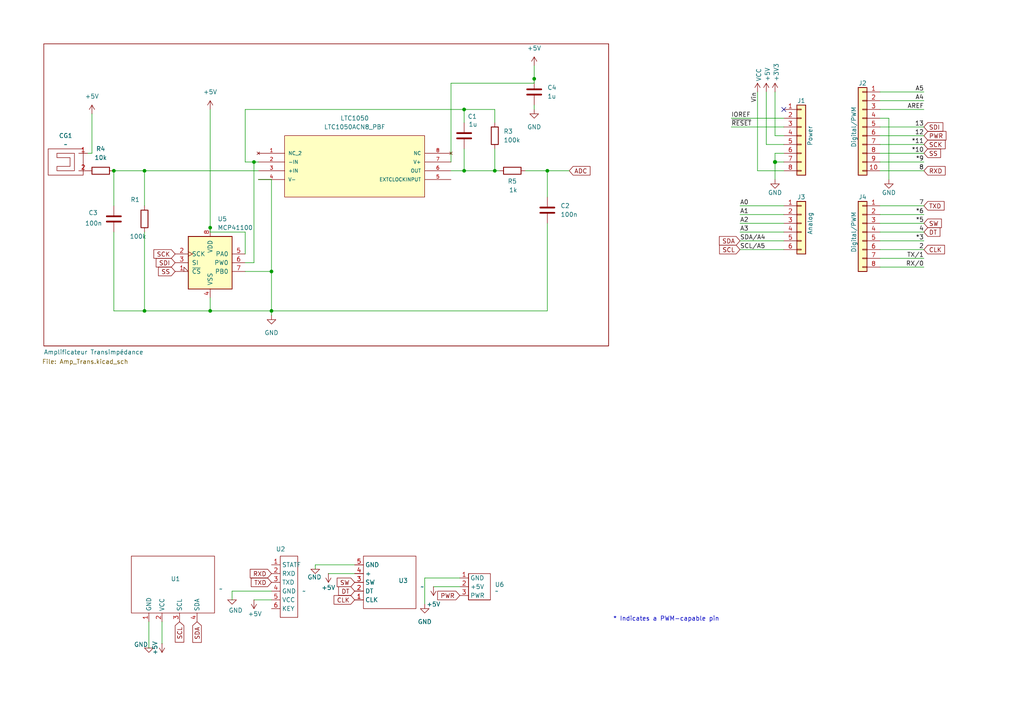
<source format=kicad_sch>
(kicad_sch (version 20250114) (generator "eeschema") (generator_version "9.0")
  (paper "A4")
  (title_block (date "mar. 31 mars 2015"))
  (lib_symbols
    (symbol "+5V_1" (power) (pin_numbers (hide yes)) (pin_names (offset 0) (hide yes))
      (property "Value" "+5V" (at 0 3.556 0))
      (symbol "+5V_1_0_1"
        (polyline (pts (xy -0.762 1.27) (xy 0 2.54)))
        (polyline (pts (xy 0 2.54) (xy 0.762 1.27)))
        (polyline (pts (xy 0 0) (xy 0 2.54)))
      )
      (symbol "+5V_1_1_1"
        (pin power_in line (at 0 0 90) (length 0) (name "~") (number "1"))
      )
    )
    (symbol "+5V_2" (power) (pin_numbers (hide yes)) (pin_names (offset 0) (hide yes))
      (property "Value" "+5V" (at 0 3.556 0))
      (symbol "+5V_2_0_1"
        (polyline (pts (xy -0.762 1.27) (xy 0 2.54)))
        (polyline (pts (xy 0 2.54) (xy 0.762 1.27)))
        (polyline (pts (xy 0 0) (xy 0 2.54)))
      )
      (symbol "+5V_2_1_1"
        (pin power_in line (at 0 0 90) (length 0) (name "~") (number "1"))
      )
    )
    (symbol "Connector_Generic:Conn_01x06" (pin_names (offset 1.016) (hide yes))
      (property "Reference" "J" (at 0 7.62 0))
      (property "Value" "Conn_01x06" (at 0 -10.16 0))
      (symbol "Conn_01x06_1_1"
        (rectangle (start -1.27 6.35) (end 1.27 -8.89) (stroke (width 0.254)) (fill (type background)))
        (rectangle (start -1.27 5.207) (end 0 4.953) (stroke (width 0.1524)))
        (rectangle (start -1.27 2.667) (end 0 2.413) (stroke (width 0.1524)))
        (rectangle (start -1.27 0.127) (end 0 -0.127) (stroke (width 0.1524)))
        (rectangle (start -1.27 -2.413) (end 0 -2.667) (stroke (width 0.1524)))
        (rectangle (start -1.27 -4.953) (end 0 -5.207) (stroke (width 0.1524)))
        (rectangle (start -1.27 -7.493) (end 0 -7.747) (stroke (width 0.1524)))
        (pin passive line (at -5.08 5.08 0) (length 3.81) (name "Pin_1") (number "1"))
        (pin passive line (at -5.08 2.54 0) (length 3.81) (name "Pin_2") (number "2"))
        (pin passive line (at -5.08 0 0) (length 3.81) (name "Pin_3") (number "3"))
        (pin passive line (at -5.08 -2.54 0) (length 3.81) (name "Pin_4") (number "4"))
        (pin passive line (at -5.08 -5.08 0) (length 3.81) (name "Pin_5") (number "5"))
        (pin passive line (at -5.08 -7.62 0) (length 3.81) (name "Pin_6") (number "6"))
      )
    )
    (symbol "Connector_Generic:Conn_01x08" (pin_names (offset 1.016) (hide yes))
      (property "Reference" "J" (at 0 10.16 0))
      (property "Value" "Conn_01x08" (at 0 -12.7 0))
      (symbol "Conn_01x08_1_1"
        (rectangle (start -1.27 8.89) (end 1.27 -11.43) (stroke (width 0.254)) (fill (type background)))
        (rectangle (start -1.27 7.747) (end 0 7.493) (stroke (width 0.1524)))
        (rectangle (start -1.27 5.207) (end 0 4.953) (stroke (width 0.1524)))
        (rectangle (start -1.27 2.667) (end 0 2.413) (stroke (width 0.1524)))
        (rectangle (start -1.27 0.127) (end 0 -0.127) (stroke (width 0.1524)))
        (rectangle (start -1.27 -2.413) (end 0 -2.667) (stroke (width 0.1524)))
        (rectangle (start -1.27 -4.953) (end 0 -5.207) (stroke (width 0.1524)))
        (rectangle (start -1.27 -7.493) (end 0 -7.747) (stroke (width 0.1524)))
        (rectangle (start -1.27 -10.033) (end 0 -10.287) (stroke (width 0.1524)))
        (pin passive line (at -5.08 7.62 0) (length 3.81) (name "Pin_1") (number "1"))
        (pin passive line (at -5.08 5.08 0) (length 3.81) (name "Pin_2") (number "2"))
        (pin passive line (at -5.08 2.54 0) (length 3.81) (name "Pin_3") (number "3"))
        (pin passive line (at -5.08 0 0) (length 3.81) (name "Pin_4") (number "4"))
        (pin passive line (at -5.08 -2.54 0) (length 3.81) (name "Pin_5") (number "5"))
        (pin passive line (at -5.08 -5.08 0) (length 3.81) (name "Pin_6") (number "6"))
        (pin passive line (at -5.08 -7.62 0) (length 3.81) (name "Pin_7") (number "7"))
        (pin passive line (at -5.08 -10.16 0) (length 3.81) (name "Pin_8") (number "8"))
      )
    )
    (symbol "Connector_Generic:Conn_01x10" (pin_names (offset 1.016) (hide yes))
      (property "Reference" "J" (at 0 12.7 0))
      (property "Value" "Conn_01x10" (at 0 -15.24 0))
      (symbol "Conn_01x10_1_1"
        (rectangle (start -1.27 11.43) (end 1.27 -13.97) (stroke (width 0.254)) (fill (type background)))
        (rectangle (start -1.27 10.287) (end 0 10.033) (stroke (width 0.1524)))
        (rectangle (start -1.27 7.747) (end 0 7.493) (stroke (width 0.1524)))
        (rectangle (start -1.27 5.207) (end 0 4.953) (stroke (width 0.1524)))
        (rectangle (start -1.27 2.667) (end 0 2.413) (stroke (width 0.1524)))
        (rectangle (start -1.27 0.127) (end 0 -0.127) (stroke (width 0.1524)))
        (rectangle (start -1.27 -2.413) (end 0 -2.667) (stroke (width 0.1524)))
        (rectangle (start -1.27 -4.953) (end 0 -5.207) (stroke (width 0.1524)))
        (rectangle (start -1.27 -7.493) (end 0 -7.747) (stroke (width 0.1524)))
        (rectangle (start -1.27 -10.033) (end 0 -10.287) (stroke (width 0.1524)))
        (rectangle (start -1.27 -12.573) (end 0 -12.827) (stroke (width 0.1524)))
        (pin passive line (at -5.08 10.16 0) (length 3.81) (name "Pin_1") (number "1"))
        (pin passive line (at -5.08 7.62 0) (length 3.81) (name "Pin_2") (number "2"))
        (pin passive line (at -5.08 5.08 0) (length 3.81) (name "Pin_3") (number "3"))
        (pin passive line (at -5.08 2.54 0) (length 3.81) (name "Pin_4") (number "4"))
        (pin passive line (at -5.08 0 0) (length 3.81) (name "Pin_5") (number "5"))
        (pin passive line (at -5.08 -2.54 0) (length 3.81) (name "Pin_6") (number "6"))
        (pin passive line (at -5.08 -5.08 0) (length 3.81) (name "Pin_7") (number "7"))
        (pin passive line (at -5.08 -7.62 0) (length 3.81) (name "Pin_8") (number "8"))
        (pin passive line (at -5.08 -10.16 0) (length 3.81) (name "Pin_9") (number "9"))
        (pin passive line (at -5.08 -12.7 0) (length 3.81) (name "Pin_10") (number "10"))
      )
    )
    (symbol "Device:C" (pin_numbers (hide yes)) (pin_names (offset 0.254))
      (property "Reference" "C" (at 0.635 2.54 0))
      (property "Value" "C" (at 0.635 -2.54 0))
      (symbol "C_0_1"
        (polyline (pts (xy -2.032 0.762) (xy 2.032 0.762)) (stroke (width 0.508)))
        (polyline (pts (xy -2.032 -0.762) (xy 2.032 -0.762)) (stroke (width 0.508)))
      )
      (symbol "C_1_1"
        (pin passive line (at 0 3.81 270) (length 2.794) (name "~") (number "1"))
        (pin passive line (at 0 -3.81 90) (length 2.794) (name "~") (number "2"))
      )
    )
    (symbol "Device:R" (pin_numbers (hide yes)) (pin_names (offset 0))
      (property "Reference" "R" (at 2.032 0 90))
      (property "Value" "R" (at 0 0 90))
      (symbol "R_0_1"
        (rectangle (start -1.016 -2.54) (end 1.016 2.54) (stroke (width 0.254)))
      )
      (symbol "R_1_1"
        (pin passive line (at 0 3.81 270) (length 1.27) (name "~") (number "1"))
        (pin passive line (at 0 -3.81 90) (length 1.27) (name "~") (number "2"))
      )
    )
    (symbol "GND_1" (power) (pin_numbers (hide yes)) (pin_names (offset 0) (hide yes))
      (property "Value" "GND" (at 0 -3.81 0))
      (symbol "GND_1_0_1"
        (polyline (pts (xy 0 0) (xy 0 -1.27) (xy 1.27 -1.27) (xy 0 -2.54) (xy -1.27 -1.27) (xy 0 -1.27)))
      )
      (symbol "GND_1_1_1"
        (pin power_in line (at 0 0 270) (length 0) (name "~") (number "1"))
      )
    )
    (symbol "LTC1050ACN8_PBF:LTC1050ACN8_PBF" (pin_names (offset 1.016))
      (property "Reference" "U" (at 23.2285 9.1237 0))
      (property "Value" "LTC1050ACN8_PBF" (at 22.6204 6.5902 0))
      (symbol "LTC1050ACN8_PBF_0_0"
        (rectangle (start 7.62 -12.7) (end 48.26 5.08) (stroke (width 0.1524)) (fill (type background)))
        (pin no_connect line (at 0 0 0) (length 7.62) (name "NC_2") (number "1"))
        (pin input line (at 0 -2.54 0) (length 7.62) (name "-IN") (number "2"))
        (pin input line (at 0 -5.08 0) (length 7.62) (name "+IN") (number "3"))
        (pin power_in line (at 0 -7.62 0) (length 7.62) (name "V-") (number "4"))
        (pin no_connect line (at 55.88 0 180) (length 7.62) (name "NC") (number "8"))
        (pin power_in line (at 55.88 -2.54 180) (length 7.62) (name "V+") (number "7"))
        (pin output line (at 55.88 -5.08 180) (length 7.62) (name "OUT") (number "6"))
        (pin input line (at 55.88 -7.62 180) (length 7.62) (name "EXTCLOCKINPUT") (number "5"))
      )
    )
    (symbol "My_Symbolic_Librairy:Capteur_graphene"
      (property "Reference" "CG" (at 0 0 0))
      (symbol "Capteur_graphene_0_1"
        (rectangle (start -6.35 3.81) (end 3.81 -3.81))
        (polyline (pts (xy -3.81 2.54) (xy 1.27 2.54) (xy 1.27 -2.54) (xy -3.81 -2.54) (xy -3.81 -1.27) (xy 0 -1.27) (xy 0 1.27) (xy -3.81 1.27) (xy -3.81 2.54)))
      )
      (symbol "Capteur_graphene_1_1"
        (pin input line (at 5.08 2.54 180) (length 2.54) (name "") (number "1"))
        (pin input line (at 5.08 -2.54 180) (length 2.54) (name "") (number "2"))
      )
    )
    (symbol "Potentiometer_Digital:MCP41100" (pin_names (offset 1.016))
      (property "Reference" "U" (at -6.35 8.89 0))
      (property "Value" "MCP41100" (at 1.27 8.89 0))
      (symbol "MCP41100_0_1"
        (rectangle (start -6.35 7.62) (end 6.35 -7.62) (stroke (width 0.254)) (fill (type background)))
      )
      (symbol "MCP41100_1_1"
        (pin passive clock (at -10.16 2.54 0) (length 3.81) (name "SCK") (number "2"))
        (pin input line (at -10.16 0 0) (length 3.81) (name "SI") (number "3"))
        (pin input input_low (at -10.16 -2.54 0) (length 3.81) (name "~{CS}") (number "1"))
        (pin power_in line (at 0 10.16 270) (length 2.54) (name "VDD") (number "8"))
        (pin power_in line (at 0 -10.16 90) (length 2.54) (name "VSS") (number "4"))
        (pin passive line (at 10.16 2.54 180) (length 3.81) (name "PA0") (number "5"))
        (pin passive line (at 10.16 0 180) (length 3.81) (name "PW0") (number "6"))
        (pin passive line (at 10.16 -2.54 180) (length 3.81) (name "PB0") (number "7"))
      )
    )
    (symbol "ServoHeader_1"
      (property "Reference" "U" (at 0 0 0))
      (symbol "ServoHeader_1_0_1"
        (rectangle (start -1.27 -1.27) (end -1.27 -8.89))
        (rectangle (start -1.27 -8.89) (end 5.08 -8.89))
        (rectangle (start 5.08 -8.89) (end -1.27 -1.27))
      )
      (symbol "ServoHeader_1_1_1"
        (pin power_in line (at -3.81 -2.54 0) (length 2.54) (name "GND") (number "1"))
        (pin power_in line (at -3.81 -5.08 0) (length 2.54) (name "+5V") (number "2"))
        (pin input line (at -3.81 -7.62 0) (length 2.54) (name "PWR") (number "3"))
      )
    )
    (symbol "Simulation_SPICE:0" (power) (pin_numbers (hide yes)) (pin_names (offset 0) (hide yes))
      (property "Value" "0" (at 0 -2.54 0))
      (symbol "0_0_1"
        (polyline (pts (xy -1.27 0) (xy 0 -1.27) (xy 1.27 0) (xy -1.27 0)))
      )
      (symbol "0_1_1"
        (pin power_in line (at 0 0 0) (length 0) (name "~") (number "1"))
      )
    )
    (symbol "power:+3V3" (power) (pin_names (offset 0))
      (property "Value" "+3V3" (at 0 3.556 0))
      (symbol "+3V3_0_1"
        (polyline (pts (xy -0.762 1.27) (xy 0 2.54)))
        (polyline (pts (xy 0 2.54) (xy 0.762 1.27)))
        (polyline (pts (xy 0 0) (xy 0 2.54)))
      )
      (symbol "+3V3_1_1"
        (pin power_in line (at 0 0 90) (length 0) (hide yes) (name "+3V3") (number "1"))
      )
    )
    (symbol "power:+5V" (power) (pin_names (offset 0))
      (property "Value" "+5V" (at 0 3.556 0))
      (symbol "+5V_0_1"
        (polyline (pts (xy -0.762 1.27) (xy 0 2.54)))
        (polyline (pts (xy 0 2.54) (xy 0.762 1.27)))
        (polyline (pts (xy 0 0) (xy 0 2.54)))
      )
      (symbol "+5V_1_1"
        (pin power_in line (at 0 0 90) (length 0) (hide yes) (name "+5V") (number "1"))
      )
    )
    (symbol "power:GND" (power) (pin_names (offset 0))
      (property "Value" "GND" (at 0 -3.81 0))
      (symbol "GND_0_1"
        (polyline (pts (xy 0 0) (xy 0 -1.27) (xy 1.27 -1.27) (xy 0 -2.54) (xy -1.27 -1.27) (xy 0 -1.27)))
      )
      (symbol "GND_1_1"
        (pin power_in line (at 0 0 270) (length 0) (hide yes) (name "GND") (number "1"))
      )
    )
    (symbol "power:VCC" (power) (pin_names (offset 0))
      (property "Value" "VCC" (at 0 3.81 0))
      (symbol "VCC_0_1"
        (polyline (pts (xy -0.762 1.27) (xy 0 2.54)))
        (polyline (pts (xy 0 2.54) (xy 0.762 1.27)))
        (polyline (pts (xy 0 0) (xy 0 2.54)))
      )
      (symbol "VCC_1_1"
        (pin power_in line (at 0 0 90) (length 0) (hide yes) (name "VCC") (number "1"))
      )
    )
    (symbol "symbol_library:BLUETOOTH"
      (property "Reference" "U" (at 0 0 0))
      (symbol "BLUETOOTH_0_1"
        (polyline (pts (xy -8.89 -2.54) (xy 8.89 -2.54) (xy 8.89 -7.62) (xy -8.89 -7.62) (xy -8.89 -2.54)))
      )
      (symbol "BLUETOOTH_1_1"
        (pin input line (at -6.35 0 270) (length 2.54) (name "KEY") (number "6"))
        (pin input line (at -3.81 0 270) (length 2.54) (name "VCC") (number "5"))
        (pin input line (at -1.27 0 270) (length 2.54) (name "GND") (number "4"))
        (pin input line (at 1.27 0 270) (length 2.54) (name "TXD") (number "3"))
        (pin input line (at 3.81 0 270) (length 2.54) (name "RXD") (number "2"))
        (pin input line (at 6.35 0 270) (length 2.54) (name "STATF") (number "1"))
      )
    )
    (symbol "symbol_library:ENCODEUR_ROTATION"
      (property "Reference" "U" (at 0 0 0))
      (symbol "ENCODEUR_ROTATION_0_1"
        (rectangle (start -7.62 -2.54) (end 7.62 -17.78))
      )
      (symbol "ENCODEUR_ROTATION_1_1"
        (pin input line (at -5.08 0 270) (length 2.54) (name "CLK") (number "1"))
        (pin input line (at -2.54 0 270) (length 2.54) (name "DT") (number "2"))
        (pin input line (at 0 0 270) (length 2.54) (name "SW") (number "3"))
        (pin input line (at 2.54 0 270) (length 2.54) (name "+") (number "4"))
        (pin input line (at 5.08 0 270) (length 2.54) (name "GND") (number "5"))
      )
    )
    (symbol "symbol_library:OLED"
      (property "Reference" "U" (at 0 0 0))
      (symbol "OLED_0_1"
        (rectangle (start -11.43 0) (end 12.7 16.51))
      )
      (symbol "OLED_1_1"
        (pin input line (at -6.35 -2.54 90) (length 2.54) (name "GND") (number "1"))
        (pin input line (at -2.54 -2.54 90) (length 2.54) (name "VCC") (number "2"))
        (pin input line (at 2.54 -2.54 90) (length 2.54) (name "SCL") (number "3"))
        (pin input line (at 7.62 -2.54 90) (length 2.54) (name "SDA") (number "4"))
      )
    )
  )
  (text "* Indicates a PWM-capable pin" (at 177.8 180.34 0) (effects (font (size 1.27 1.27)) (justify left bottom)))
  (junction (at 73.66 46.99))
  (junction (at 154.94 22.86))
  (junction (at 78.74 78.74))
  (junction (at 224.79 46.99) (diameter 1.016))
  (junction (at 143.51 49.53))
  (junction (at 41.91 90.17))
  (junction (at 134.62 31.75))
  (junction (at 158.75 49.53))
  (junction (at 78.74 90.17))
  (junction (at 41.91 49.53))
  (junction (at 60.96 90.17))
  (junction (at 60.96 66.04))
  (junction (at 33.02 49.53))
  (junction (at 134.62 49.53))
  (no_connect (at 227.33 31.75))
  (wire (pts (xy 255.27 77.47) (xy 267.97 77.47)))
  (wire (pts (xy 143.51 35.56) (xy 143.51 31.75)))
  (wire (pts (xy 154.94 31.75) (xy 154.94 30.48)))
  (wire (pts (xy 123.19 175.26) (xy 123.19 167.64)))
  (wire (pts (xy 123.19 167.64) (xy 133.35 167.64)))
  (wire (pts (xy 60.96 90.17) (xy 78.74 90.17)))
  (wire (pts (xy 255.27 26.67) (xy 267.97 26.67)))
  (wire (pts (xy 71.12 76.2) (xy 73.66 76.2)))
  (wire (pts (xy 224.79 44.45) (xy 224.79 46.99)))
  (wire (pts (xy 78.74 90.17) (xy 158.75 90.17)))
  (wire (pts (xy 214.63 72.39) (xy 227.33 72.39)))
  (wire (pts (xy 125.73 170.18) (xy 133.35 170.18)))
  (wire (pts (xy 224.79 46.99) (xy 224.79 52.07)))
  (wire (pts (xy 134.62 43.18) (xy 134.62 49.53)))
  (wire (pts (xy 143.51 43.18) (xy 143.51 49.53)))
  (wire (pts (xy 224.79 39.37) (xy 227.33 39.37)))
  (wire (pts (xy 78.74 52.07) (xy 78.74 78.74)))
  (wire (pts (xy 143.51 49.53) (xy 144.78 49.53)))
  (wire (pts (xy 222.25 41.91) (xy 227.33 41.91)))
  (wire (pts (xy 158.75 49.53) (xy 158.75 57.15)))
  (wire (pts (xy 46.99 180.34) (xy 46.99 186.69)))
  (wire (pts (xy 222.25 26.67) (xy 222.25 41.91)))
  (wire (pts (xy 78.74 90.17) (xy 78.74 91.44)))
  (wire (pts (xy 71.12 31.75) (xy 71.12 46.99)))
  (wire (pts (xy 78.74 173.99) (xy 73.66 173.99)))
  (wire (pts (xy 255.27 36.83) (xy 267.97 36.83)))
  (wire (pts (xy 224.79 26.67) (xy 224.79 39.37)))
  (wire (pts (xy 255.27 59.69) (xy 267.97 59.69)))
  (wire (pts (xy 227.33 59.69) (xy 214.63 59.69)))
  (wire (pts (xy 255.27 39.37) (xy 267.97 39.37)))
  (wire (pts (xy 33.02 67.31) (xy 33.02 90.17)))
  (wire (pts (xy 255.27 41.91) (xy 267.97 41.91)))
  (wire (pts (xy 255.27 62.23) (xy 267.97 62.23)))
  (wire (pts (xy 33.02 90.17) (xy 41.91 90.17)))
  (wire (pts (xy 154.94 24.13) (xy 154.94 22.86)))
  (wire (pts (xy 41.91 49.53) (xy 74.93 49.53)))
  (wire (pts (xy 41.91 67.31) (xy 41.91 90.17)))
  (wire (pts (xy 95.25 166.37) (xy 102.87 166.37)))
  (wire (pts (xy 74.93 46.99) (xy 73.66 46.99)))
  (wire (pts (xy 71.12 67.31) (xy 60.96 67.31)))
  (wire (pts (xy 255.27 46.99) (xy 267.97 46.99)))
  (wire (pts (xy 67.31 171.45) (xy 67.31 173.99)))
  (wire (pts (xy 154.94 19.05) (xy 154.94 22.86)))
  (wire (pts (xy 60.96 31.75) (xy 60.96 66.04)))
  (wire (pts (xy 255.27 67.31) (xy 267.97 67.31)))
  (wire (pts (xy 158.75 49.53) (xy 165.1 49.53)))
  (wire (pts (xy 73.66 76.2) (xy 73.66 46.99)))
  (wire (pts (xy 134.62 31.75) (xy 71.12 31.75)))
  (wire (pts (xy 212.09 34.29) (xy 227.33 34.29)))
  (wire (pts (xy 257.81 34.29) (xy 257.81 52.07)))
  (wire (pts (xy 73.66 46.99) (xy 71.12 46.99)))
  (wire (pts (xy 130.81 46.99) (xy 130.81 24.13)))
  (wire (pts (xy 134.62 31.75) (xy 143.51 31.75)))
  (wire (pts (xy 78.74 90.17) (xy 78.74 78.74)))
  (wire (pts (xy 33.02 49.53) (xy 33.02 59.69)))
  (wire (pts (xy 255.27 31.75) (xy 267.97 31.75)))
  (wire (pts (xy 33.02 49.53) (xy 41.91 49.53)))
  (wire (pts (xy 41.91 49.53) (xy 41.91 59.69)))
  (wire (pts (xy 60.96 67.31) (xy 60.96 66.04)))
  (wire (pts (xy 227.33 64.77) (xy 214.63 64.77)))
  (wire (pts (xy 212.09 36.83) (xy 227.33 36.83)))
  (wire (pts (xy 227.33 46.99) (xy 224.79 46.99)))
  (wire (pts (xy 71.12 73.66) (xy 71.12 67.31)))
  (wire (pts (xy 134.62 49.53) (xy 143.51 49.53)))
  (wire (pts (xy 227.33 49.53) (xy 219.71 49.53)))
  (wire (pts (xy 60.96 86.36) (xy 60.96 90.17)))
  (wire (pts (xy 214.63 62.23) (xy 227.33 62.23)))
  (wire (pts (xy 25.4 44.45) (xy 26.67 44.45)))
  (wire (pts (xy 255.27 44.45) (xy 267.97 44.45)))
  (wire (pts (xy 255.27 34.29) (xy 257.81 34.29)))
  (wire (pts (xy 26.67 33.02) (xy 26.67 44.45)))
  (wire (pts (xy 227.33 44.45) (xy 224.79 44.45)))
  (wire (pts (xy 134.62 35.56) (xy 134.62 31.75)))
  (wire (pts (xy 255.27 64.77) (xy 267.97 64.77)))
  (wire (pts (xy 91.44 163.83) (xy 102.87 163.83)))
  (wire (pts (xy 214.63 67.31) (xy 227.33 67.31)))
  (wire (pts (xy 78.74 171.45) (xy 67.31 171.45)))
  (wire (pts (xy 130.81 24.13) (xy 154.94 24.13)))
  (wire (pts (xy 91.44 163.83) (xy 91.44 165.1)))
  (wire (pts (xy 255.27 29.21) (xy 267.97 29.21)))
  (wire (pts (xy 255.27 72.39) (xy 267.97 72.39)))
  (wire (pts (xy 255.27 69.85) (xy 267.97 69.85)))
  (wire (pts (xy 78.74 52.07) (xy 74.93 52.07)))
  (wire (pts (xy 71.12 78.74) (xy 78.74 78.74)))
  (wire (pts (xy 130.81 49.53) (xy 134.62 49.53)))
  (wire (pts (xy 152.4 49.53) (xy 158.75 49.53)))
  (wire (pts (xy 41.91 90.17) (xy 60.96 90.17)))
  (wire (pts (xy 43.18 187.96) (xy 43.18 180.34)))
  (wire (pts (xy 158.75 90.17) (xy 158.75 64.77)))
  (wire (pts (xy 255.27 74.93) (xy 267.97 74.93)))
  (wire (pts (xy 219.71 49.53) (xy 219.71 26.67)))
  (wire (pts (xy 227.33 69.85) (xy 214.63 69.85)))
  (wire (pts (xy 255.27 49.53) (xy 267.97 49.53)))
  (label "RX{slash}0" (at 267.97 77.47 180))
  (label "A2" (at 214.63 64.77 0))
  (label "4" (at 267.97 67.31 180))
  (label "2" (at 267.97 72.39 180))
  (label "A3" (at 214.63 67.31 0))
  (label "13" (at 267.97 36.83 180))
  (label "12" (at 267.97 39.37 180))
  (label "~{RESET}" (at 212.09 36.83 0))
  (label "*10" (at 267.97 44.45 180))
  (label "7" (at 267.97 59.69 180))
  (label "A4" (at 267.97 29.21 180))
  (label "8" (at 267.97 49.53 180))
  (label "*11" (at 267.97 41.91 180))
  (label "*3" (at 267.97 69.85 180))
  (label "A1" (at 214.63 62.23 0))
  (label "TX{slash}1" (at 267.97 74.93 180))
  (label "A0" (at 214.63 59.69 0))
  (label "AREF" (at 267.97 31.75 180))
  (label "Vin" (at 219.71 26.67 270))
  (label "*6" (at 267.97 62.23 180))
  (label "A5" (at 267.97 26.67 180))
  (label "*9" (at 267.97 46.99 180))
  (label "*5" (at 267.97 64.77 180))
  (label "IOREF" (at 212.09 34.29 0))
  (label "SDA{slash}A4" (at 214.63 69.85 0))
  (label "SCL{slash}A5" (at 214.63 72.39 0))
  (global_label "SS" (shape input) (at 267.97 44.45 0) (property "Intersheetrefs" "${INTERSHEET_REFS}" (effects (hide yes))))
  (global_label "SDI" (shape input) (at 50.8 76.2 180) (property "Intersheetrefs" "${INTERSHEET_REFS}" (effects (hide yes))))
  (global_label "RXD" (shape input) (at 267.97 49.53 0) (property "Intersheetrefs" "${INTERSHEET_REFS}" (effects (hide yes))))
  (global_label "SDA" (shape input) (at 214.63 69.85 180) (property "Intersheetrefs" "${INTERSHEET_REFS}" (effects (hide yes))))
  (global_label "SCK" (shape input) (at 50.8 73.66 180) (property "Intersheetrefs" "${INTERSHEET_REFS}" (effects (hide yes))))
  (global_label "RXD" (shape input) (at 78.74 166.37 180) (property "Intersheetrefs" "${INTERSHEET_REFS}" (effects (hide yes))))
  (global_label "DT" (shape input) (at 267.97 67.31 0) (property "Intersheetrefs" "${INTERSHEET_REFS}" (effects (hide yes))))
  (global_label "TXD" (shape input) (at 78.74 168.91 180) (property "Intersheetrefs" "${INTERSHEET_REFS}" (effects (hide yes))))
  (global_label "SS" (shape input) (at 50.8 78.74 180) (property "Intersheetrefs" "${INTERSHEET_REFS}" (effects (hide yes))))
  (global_label "SW" (shape input) (at 267.97 64.77 0) (property "Intersheetrefs" "${INTERSHEET_REFS}" (effects (hide yes))))
  (global_label "SDA" (shape input) (at 57.15 180.34 270) (property "Intersheetrefs" "${INTERSHEET_REFS}" (effects (hide yes))))
  (global_label "SW" (shape input) (at 102.87 168.91 180) (property "Intersheetrefs" "${INTERSHEET_REFS}" (effects (hide yes))))
  (global_label "DT" (shape input) (at 102.87 171.45 180) (property "Intersheetrefs" "${INTERSHEET_REFS}" (effects (hide yes))))
  (global_label "CLK" (shape input) (at 267.97 72.39 0) (property "Intersheetrefs" "${INTERSHEET_REFS}" (effects (hide yes))))
  (global_label "SCL" (shape input) (at 214.63 72.39 180) (property "Intersheetrefs" "${INTERSHEET_REFS}" (effects (hide yes))))
  (global_label "SDI" (shape input) (at 267.97 36.83 0) (property "Intersheetrefs" "${INTERSHEET_REFS}" (effects (hide yes))))
  (global_label "PWR" (shape input) (at 267.97 39.37 0) (property "Intersheetrefs" "${INTERSHEET_REFS}" (effects (hide yes))))
  (global_label "TXD" (shape input) (at 267.97 59.69 0) (property "Intersheetrefs" "${INTERSHEET_REFS}" (effects (hide yes))))
  (global_label "PWR" (shape input) (at 133.35 172.72 180) (property "Intersheetrefs" "${INTERSHEET_REFS}" (effects (hide yes))))
  (global_label "SCL" (shape input) (at 52.07 180.34 270) (property "Intersheetrefs" "${INTERSHEET_REFS}" (effects (hide yes))))
  (global_label "SCK" (shape input) (at 267.97 41.91 0) (property "Intersheetrefs" "${INTERSHEET_REFS}" (effects (hide yes))))
  (global_label "ADC" (shape input) (at 165.1 49.53 0) (property "Intersheetrefs" "${INTERSHEET_REFS}" (effects (hide yes))))
  (global_label "CLK" (shape input) (at 102.87 173.99 180) (property "Intersheetrefs" "${INTERSHEET_REFS}" (effects (hide yes))))
  (symbol (lib_id "Connector_Generic:Conn_01x08") (at 232.41 39.37 0) (unit 1)
    (property "Reference" "J1" (at 232.41 29.21 0))
    (property "Value" "Power" (at 234.95 39.37 90))
    (property "Footprint" "Connector_PinSocket_2.54mm:PinSocket_1x08_P2.54mm_Vertical" (effects (hide yes)))
  )
  (symbol (lib_id "power:+3V3") (at 224.79 26.67 0) (unit 1)
    (property "Reference" "#PWR03" (effects (hide yes)))
    (property "Value" "+3V3" (at 225.171 23.622 90) (effects (justify left)))
  )
  (symbol (lib_id "power:+5V") (at 222.25 26.67 0) (unit 1)
    (property "Reference" "#PWR02" (effects (hide yes)))
    (property "Value" "+5V" (at 222.6056 23.622 90) (effects (justify left)))
  )
  (symbol (lib_id "power:GND") (at 224.79 52.07 0) (unit 1)
    (property "Reference" "#PWR04" (effects (hide yes)))
    (property "Value" "GND" (at 224.79 55.88 0))
  )
  (symbol (lib_id "Connector_Generic:Conn_01x10") (at 250.19 36.83 0) (mirror y) (unit 1)
    (property "Reference" "J2" (at 250.19 24.13 0))
    (property "Value" "Digital/PWM" (at 247.65 36.83 90))
    (property "Footprint" "Connector_PinSocket_2.54mm:PinSocket_1x10_P2.54mm_Vertical" (effects (hide yes)))
  )
  (symbol (lib_id "power:GND") (at 257.81 52.07 0) (unit 1)
    (property "Reference" "#PWR05" (effects (hide yes)))
    (property "Value" "GND" (at 257.81 55.88 0))
  )
  (symbol (lib_id "Connector_Generic:Conn_01x06") (at 232.41 64.77 0) (unit 1)
    (property "Reference" "J3" (at 232.41 57.15 0))
    (property "Value" "Analog" (at 234.95 64.77 90))
    (property "Footprint" "Connector_PinSocket_2.54mm:PinSocket_1x06_P2.54mm_Vertical" (effects (hide yes)))
  )
  (symbol (lib_id "Connector_Generic:Conn_01x08") (at 250.19 67.31 0) (mirror y) (unit 1)
    (property "Reference" "J4" (at 250.19 57.15 0))
    (property "Value" "Digital/PWM" (at 247.65 67.31 90))
    (property "Footprint" "Connector_PinSocket_2.54mm:PinSocket_1x08_P2.54mm_Vertical" (effects (hide yes)))
  )
  (symbol (lib_name "GND_1") (lib_id "power:GND") (at 123.19 175.26 0) (unit 1)
    (property "Reference" "#PWR015" (effects (hide yes)))
    (property "Value" "GND" (at 123.19 180.34 0))
    (property "Description" "Power symbol creates a global label with name \"GND\" , ground" (effects (hide yes)))
  )
  (symbol (lib_id "Device:C") (at 154.94 26.67 180) (unit 1)
    (property "Reference" "C4" (at 158.75 25.3999 0) (effects (justify right)))
    (property "Value" "1u" (at 158.75 27.9399 0) (effects (justify right)))
    (property "Description" "Unpolarized capacitor" (effects (hide yes)))
  )
  (symbol (lib_id "power:+5V") (at 26.67 33.02 0) (unit 1)
    (property "Reference" "#PWR09" (effects (hide yes)))
    (property "Value" "+5V" (at 26.67 27.94 0))
    (property "Description" "Power symbol creates a global label with name \"+5V\"" (effects (hide yes)))
  )
  (symbol (lib_id "Device:C") (at 134.62 39.37 0) (unit 1)
    (property "Reference" "C1" (at 135.636 33.782 0) (effects (justify left)))
    (property "Value" "1u" (at 135.89 36.068 0) (effects (justify left)))
    (property "Footprint" "Capacitor_THT:C_Rect_L7.2mm_W5.5mm_P5.00mm_FKS2_FKP2_MKS2_MKP2" (effects (hide yes)))
    (property "Description" "Unpolarized capacitor" (effects (hide yes)))
  )
  (symbol (lib_id "Device:C") (at 158.75 60.96 0) (unit 1)
    (property "Reference" "C2" (at 162.56 59.6899 0) (effects (justify left)))
    (property "Value" "100n" (at 162.56 62.2299 0) (effects (justify left)))
    (property "Footprint" "Capacitor_THT:C_Disc_D3.0mm_W1.6mm_P2.50mm" (effects (hide yes)))
    (property "Description" "Unpolarized capacitor" (effects (hide yes)))
  )
  (symbol (lib_name "ServoHeader_1") (lib_id "My_Symbolic_Librairy:ServoHeader") (at 137.16 165.1 0) (unit 1)
    (property "Reference" "U6" (at 143.51 169.5449 0) (effects (justify left)))
    (property "Value" "~" (at 143.51 171.45 0) (effects (justify left)))
    (property "Footprint" "Sensor_Current:Allegro_SIP-3" (effects (hide yes)))
  )
  (symbol (lib_id "Device:R") (at 29.21 49.53 90) (unit 1)
    (property "Reference" "R4" (at 29.21 43.18 90))
    (property "Value" "10k" (at 29.21 45.72 90))
    (property "Footprint" "Resistor_THT:R_Axial_DIN0204_L3.6mm_D1.6mm_P5.08mm_Horizontal" (effects (hide yes)))
    (property "Description" "Resistor" (effects (hide yes)))
  )
  (symbol (lib_id "symbol_library:BLUETOOTH") (at 78.74 170.18 90) (unit 1)
    (property "Reference" "U2" (at 80.01 159.258 90) (effects (justify right)))
    (property "Value" "~" (at 87.63 171.45 90) (effects (justify right)))
    (property "Footprint" "emprente:BLUETOOTH2" (effects (hide yes)))
  )
  (symbol (lib_id "symbol_library:ENCODEUR_ROTATION") (at 102.87 168.91 90) (unit 1)
    (property "Reference" "U3" (at 115.57 168.402 90) (effects (justify right)))
    (property "Value" "~" (at 121.92 170.18 90) (effects (justify right)))
    (property "Footprint" "emprente:ENCODEUR ROTATION" (effects (hide yes)))
  )
  (symbol (lib_id "Simulation_SPICE:0") (at 43.18 187.96 0) (unit 1)
    (property "Reference" "#GND01" (effects (hide yes)))
    (property "Value" "GND" (at 40.894 186.944 0))
    (property "Datasheet" "https://ngspice.sourceforge.io/docs/ngspice-html-manual/manual.xhtml#subsec_Circuit_elements__device" (effects (hide yes)))
    (property "Description" "0V reference potential for simulation" (effects (hide yes)))
  )
  (symbol (lib_id "Potentiometer_Digital:MCP41100") (at 60.96 76.2 0) (unit 1)
    (property "Reference" "U5" (at 63.1033 63.5 0) (effects (justify left)))
    (property "Value" "MCP41100" (at 63.1033 66.04 0) (effects (justify left)))
    (property "Footprint" "LTC1050ACN8_PBF:PDIP-8_N" (effects (hide yes)))
    (property "Datasheet" "http://ww1.microchip.com/downloads/en/DeviceDoc/11195c.pdf" (effects (hide yes)))
    (property "Description" "Single Digital Potentiometer, SPI interface, 256 taps, 100 kohm" (effects (hide yes)))
  )
  (symbol (lib_id "LTC1050ACN8_PBF:LTC1050ACN8_PBF") (at 74.93 44.45 0) (unit 1)
    (property "Reference" "LTC1050" (at 102.87 34.29 0))
    (property "Value" "LTC1050ACN8_PBF" (at 102.87 36.83 0))
    (property "Footprint" "LTC1050ACN8_PBF:PDIP-8_N" (effects (hide yes)))
    (property "MF" "Analog Devices" (effects (hide yes)))
    (property "VENDOR" "Linear Technology" (effects (hide yes)))
    (property "Description_1" "LTC1050 - Precision Zero-Drift Operational Amplifier with Internal Capacitors" (effects (hide yes)))
    (property "COPYRIGHT" "Copyright C 2016 Accelerated Designs. All rights reserved" (effects (hide yes)))
    (property "Package" "PDIP-8 Linear Technology" (effects (hide yes)))
    (property "Price" "None" (effects (hide yes)))
    (property "Check_prices" "https://www.snapeda.com/parts/LTC1050ACN8%23PBF/Analog+Devices/view-part/?ref=eda" (effects (hide yes)))
    (property "SnapEDA_Link" "https://www.snapeda.com/parts/LTC1050ACN8%23PBF/Analog+Devices/view-part/?ref=snap" (effects (hide yes)))
    (property "MP" "LTC1050ACN8#PBF" (effects (hide yes)))
    (property "Availability" "In Stock" (effects (hide yes)))
    (property "MANUFACTURER_PART_NUMBER" "ltc1050acn8" (effects (hide yes)))
  )
  (symbol (lib_name "+5V_2") (lib_id "power:+5V") (at 125.73 170.18 180) (unit 1)
    (property "Reference" "#PWR014" (effects (hide yes)))
    (property "Value" "+5V" (at 125.73 175.26 0))
    (property "Description" "Power symbol creates a global label with name \"+5V\"" (effects (hide yes)))
  )
  (symbol (lib_name "+5V_1") (lib_id "power:+5V") (at 73.66 173.99 180) (unit 1)
    (property "Reference" "#PWR07" (effects (hide yes)))
    (property "Value" "+5V" (at 71.882 178.054 0) (effects (justify right)))
    (property "Description" "Power symbol creates a global label with name \"+5V\"" (effects (hide yes)))
  )
  (symbol (lib_id "power:VCC") (at 219.71 26.67 0) (unit 1)
    (property "Reference" "#PWR01" (effects (hide yes)))
    (property "Value" "VCC" (at 220.091 23.622 90) (effects (justify left)))
  )
  (symbol (lib_id "symbol_library:OLED") (at 49.53 177.8 0) (unit 1)
    (property "Reference" "U1" (at 49.53 167.894 0) (effects (justify left)))
    (property "Value" "~" (at 63.5 170.815 0) (effects (justify left)))
    (property "Footprint" "emprente:SIP-4" (effects (hide yes)))
  )
  (symbol (lib_id "Device:R") (at 143.51 39.37 180) (unit 1)
    (property "Reference" "R3" (at 146.05 38.0999 0) (effects (justify right)))
    (property "Value" "100k" (at 146.05 40.6399 0) (effects (justify right)))
    (property "Footprint" "Resistor_THT:R_Axial_DIN0204_L3.6mm_D1.6mm_P5.08mm_Horizontal" (effects (hide yes)))
    (property "Description" "Resistor" (effects (hide yes)))
  )
  (symbol (lib_id "power:+5V") (at 154.94 19.05 0) (unit 1)
    (property "Reference" "#PWR012" (effects (hide yes)))
    (property "Value" "+5V" (at 154.94 13.97 0))
    (property "Description" "Power symbol creates a global label with name \"+5V\"" (effects (hide yes)))
  )
  (symbol (lib_id "Simulation_SPICE:0") (at 67.31 173.99 0) (unit 1)
    (property "Reference" "#GND02" (effects (hide yes)))
    (property "Value" "GND" (at 66.294 177.038 0) (effects (justify left)))
    (property "Datasheet" "https://ngspice.sourceforge.io/docs/ngspice-html-manual/manual.xhtml#subsec_Circuit_elements__device" (effects (hide yes)))
    (property "Description" "0V reference potential for simulation" (effects (hide yes)))
  )
  (symbol (lib_id "Simulation_SPICE:0") (at 91.44 165.1 0) (unit 1)
    (property "Reference" "#GND03" (effects (hide yes)))
    (property "Value" "GND" (at 89.154 167.386 0) (effects (justify left)))
    (property "Datasheet" "https://ngspice.sourceforge.io/docs/ngspice-html-manual/manual.xhtml#subsec_Circuit_elements__device" (effects (hide yes)))
    (property "Description" "0V reference potential for simulation" (effects (hide yes)))
  )
  (symbol (lib_name "+5V_1") (lib_id "power:+5V") (at 95.25 166.37 180) (unit 1)
    (property "Reference" "#PWR08" (effects (hide yes)))
    (property "Value" "+5V" (at 95.25 170.434 0))
    (property "Description" "Power symbol creates a global label with name \"+5V\"" (effects (hide yes)))
  )
  (symbol (lib_id "power:GND") (at 78.74 91.44 0) (unit 1)
    (property "Reference" "#PWR010" (effects (hide yes)))
    (property "Value" "GND" (at 78.74 96.52 0))
    (property "Description" "Power symbol creates a global label with name \"GND\" , ground" (effects (hide yes)))
  )
  (symbol (lib_id "Device:R") (at 148.59 49.53 90) (unit 1)
    (property "Reference" "R5" (at 148.59 52.578 90))
    (property "Value" "1k" (at 148.844 55.118 90))
    (property "Footprint" "Resistor_THT:R_Axial_DIN0204_L3.6mm_D1.6mm_P5.08mm_Horizontal" (effects (hide yes)))
    (property "Description" "Resistor" (effects (hide yes)))
  )
  (symbol (lib_name "+5V_1") (lib_id "power:+5V") (at 46.99 186.69 180) (unit 1)
    (property "Reference" "#PWR06" (effects (hide yes)))
    (property "Value" "+5V" (at 44.958 185.928 90) (effects (justify left)))
    (property "Description" "Power symbol creates a global label with name \"+5V\"" (effects (hide yes)))
  )
  (symbol (lib_id "My_Symbolic_Librairy:Capteur_graphene") (at 20.32 46.99 0) (unit 1)
    (property "Reference" "CG1" (at 19.05 39.37 0))
    (property "Value" "~" (at 19.05 41.91 0))
    (property "Footprint" "My_footprints_Librairy:SIP-2" (effects (hide yes)))
  )
  (symbol (lib_id "Device:C") (at 33.02 63.5 180) (unit 1)
    (property "Reference" "C3" (at 25.654 61.722 0) (effects (justify right)))
    (property "Value" "100n" (at 24.638 64.77 0) (effects (justify right)))
    (property "Footprint" "Capacitor_THT:C_Disc_D3.0mm_W1.6mm_P2.50mm" (effects (hide yes)))
    (property "Description" "Unpolarized capacitor" (effects (hide yes)))
  )
  (symbol (lib_id "power:GND") (at 154.94 31.75 0) (unit 1)
    (property "Reference" "#PWR011" (effects (hide yes)))
    (property "Value" "GND" (at 154.94 36.83 0))
    (property "Description" "Power symbol creates a global label with name \"GND\" , ground" (effects (hide yes)))
  )
  (symbol (lib_id "power:+5V") (at 60.96 31.75 0) (unit 1)
    (property "Reference" "#PWR013" (effects (hide yes)))
    (property "Value" "+5V" (at 60.96 26.67 0))
    (property "Description" "Power symbol creates a global label with name \"+5V\"" (effects (hide yes)))
  )
  (symbol (lib_id "Device:R") (at 41.91 63.5 180) (unit 1)
    (property "Reference" "R1" (at 37.846 57.912 0) (effects (justify right)))
    (property "Value" "100k" (at 37.592 68.58 0) (effects (justify right)))
    (property "Footprint" "Resistor_THT:R_Axial_DIN0204_L3.6mm_D1.6mm_P5.08mm_Horizontal" (effects (hide yes)))
    (property "Description" "Resistor" (effects (hide yes)))
  )
  (sheet (at 12.7 12.7) (size 163.83 87.63) (stroke (width 0.1524))
    (property "Sheetname" "Amplificateur Transimpédance" (at 12.7 102.87 0) (effects (justify left bottom)))
    (property "Sheetfile" "Amp_Trans.kicad_sch" (at 12.192 104.14 0) (effects (justify left top)))
  )
)
</source>
